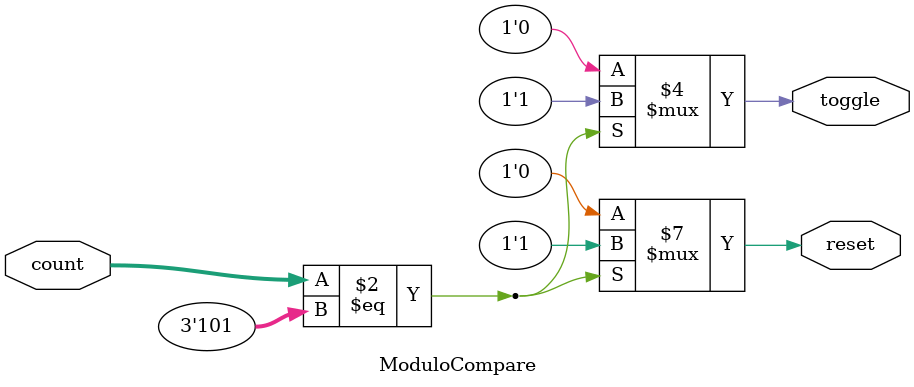
<source format=v>
module ModuloCompare(
    input [2:0] count,
    output reg reset,
    output reg toggle
);
    always @(*) begin
        if (count == 3'b101) begin // 5 in binary, counts 0-5
            reset = 1;
            toggle = 1;
        end else begin
            reset = 0;
            toggle = 0;
        end
    end
endmodule

</source>
